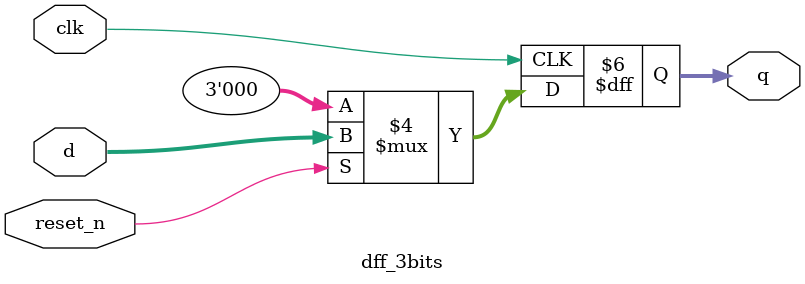
<source format=v>
module dff_3bits(clk, reset_n, d, q);
	input clk, reset_n;
	input[2:0] d;
	output reg[2:0]q;
	
	always@ (posedge clk) begin
		if(reset_n==0) begin
			q<=0;
		end
		
		else begin
			q<=d;
		end
	end
endmodule

</source>
